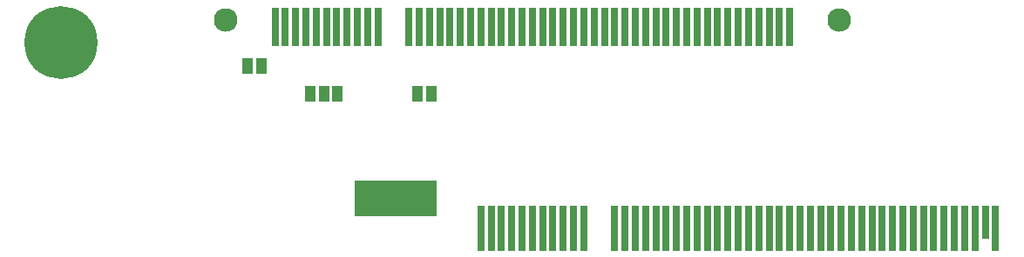
<source format=gts>
%TF.GenerationSoftware,KiCad,Pcbnew,5.1.5+dfsg1-2build2*%
%TF.CreationDate,2020-11-04T23:41:29+01:00*%
%TF.ProjectId,HPE_FlexibleLOM_adapter_x4,4850455f-466c-4657-9869-626c654c4f4d,1.0 11.2020*%
%TF.SameCoordinates,Original*%
%TF.FileFunction,Soldermask,Top*%
%TF.FilePolarity,Negative*%
%FSLAX46Y46*%
G04 Gerber Fmt 4.6, Leading zero omitted, Abs format (unit mm)*
G04 Created by KiCad (PCBNEW 5.1.5+dfsg1-2build2) date 2020-11-04 23:41:29*
%MOMM*%
%LPD*%
G04 APERTURE LIST*
%ADD10C,0.100000*%
%ADD11C,7.100000*%
%ADD12C,0.900000*%
%ADD13C,2.300000*%
%ADD14R,0.800000X3.700000*%
%ADD15R,1.100000X1.600000*%
%ADD16R,0.800000X4.400000*%
%ADD17R,0.800000X3.300000*%
G04 APERTURE END LIST*
D10*
G36*
X115700000Y-121650000D02*
G01*
X107700000Y-121650000D01*
X107700000Y-118200000D01*
X115700000Y-118200000D01*
X115700000Y-121650000D01*
G37*
D11*
%TO.C,REF\002A\002A*%
X79200000Y-104750000D03*
D12*
X81825000Y-104750000D03*
X81056155Y-106606155D03*
X79200000Y-107375000D03*
X77343845Y-106606155D03*
X76575000Y-104750000D03*
X77343845Y-102893845D03*
X79200000Y-102125000D03*
X81056155Y-102893845D03*
%TD*%
D13*
%TO.C,J2*%
X95200000Y-102500000D03*
D14*
X100000000Y-103200000D03*
D13*
X154800000Y-102500000D03*
D14*
X113000000Y-103200000D03*
X114000000Y-103200000D03*
X115000000Y-103200000D03*
X116000000Y-103200000D03*
X117000000Y-103200000D03*
X118000000Y-103200000D03*
X119000000Y-103200000D03*
X120000000Y-103200000D03*
X121000000Y-103200000D03*
X122000000Y-103200000D03*
X123000000Y-103200000D03*
X124000000Y-103200000D03*
X125000000Y-103200000D03*
X126000000Y-103200000D03*
X127000000Y-103200000D03*
X128000000Y-103200000D03*
X129000000Y-103200000D03*
X130000000Y-103200000D03*
X131000000Y-103200000D03*
X132000000Y-103200000D03*
X133000000Y-103200000D03*
X134000000Y-103200000D03*
X135000000Y-103200000D03*
X136000000Y-103200000D03*
X137000000Y-103200000D03*
X138000000Y-103200000D03*
X139000000Y-103200000D03*
X140000000Y-103200000D03*
X141000000Y-103200000D03*
X142000000Y-103200000D03*
X143000000Y-103200000D03*
X144000000Y-103200000D03*
X145000000Y-103200000D03*
X146000000Y-103200000D03*
X147000000Y-103200000D03*
X148000000Y-103200000D03*
X149000000Y-103200000D03*
X150000000Y-103200000D03*
X101000000Y-103200000D03*
X102000000Y-103200000D03*
X103000000Y-103200000D03*
X104000000Y-103200000D03*
X105000000Y-103200000D03*
X106000000Y-103200000D03*
X107000000Y-103200000D03*
X108000000Y-103200000D03*
X109000000Y-103200000D03*
X110000000Y-103200000D03*
%TD*%
D15*
%TO.C,JP2*%
X97350000Y-107000000D03*
X98650000Y-107000000D03*
%TD*%
%TO.C,JP4*%
X104750000Y-109750000D03*
X106050000Y-109750000D03*
X103450000Y-109750000D03*
%TD*%
%TO.C,JP1*%
X113850000Y-109750000D03*
X115150000Y-109750000D03*
%TD*%
D16*
%TO.C,J1*%
X134000000Y-122850000D03*
X133000000Y-122850000D03*
X139000000Y-122850000D03*
X138000000Y-122850000D03*
X137000000Y-122850000D03*
X136000000Y-122850000D03*
X135000000Y-122850000D03*
X130000000Y-122850000D03*
X129000000Y-122850000D03*
X128000000Y-122850000D03*
X127000000Y-122850000D03*
X126000000Y-122850000D03*
X125000000Y-122850000D03*
X124000000Y-122850000D03*
X123000000Y-122850000D03*
X122000000Y-122850000D03*
X121000000Y-122850000D03*
X120000000Y-122850000D03*
X140000000Y-122850000D03*
X141000000Y-122850000D03*
X142000000Y-122850000D03*
X143000000Y-122850000D03*
X144000000Y-122850000D03*
X145000000Y-122850000D03*
X146000000Y-122850000D03*
X147000000Y-122850000D03*
X148000000Y-122850000D03*
X149000000Y-122850000D03*
X150000000Y-122850000D03*
X151000000Y-122850000D03*
X152000000Y-122850000D03*
X153000000Y-122850000D03*
X154000000Y-122850000D03*
X155000000Y-122850000D03*
X156000000Y-122850000D03*
X157000000Y-122850000D03*
X158000000Y-122850000D03*
X159000000Y-122850000D03*
X160000000Y-122850000D03*
X161000000Y-122850000D03*
X162000000Y-122850000D03*
X163000000Y-122850000D03*
X164000000Y-122850000D03*
X165000000Y-122850000D03*
X166000000Y-122850000D03*
X167000000Y-122850000D03*
X168000000Y-122850000D03*
D17*
X169000000Y-122300000D03*
D16*
X170000000Y-122850000D03*
%TD*%
M02*

</source>
